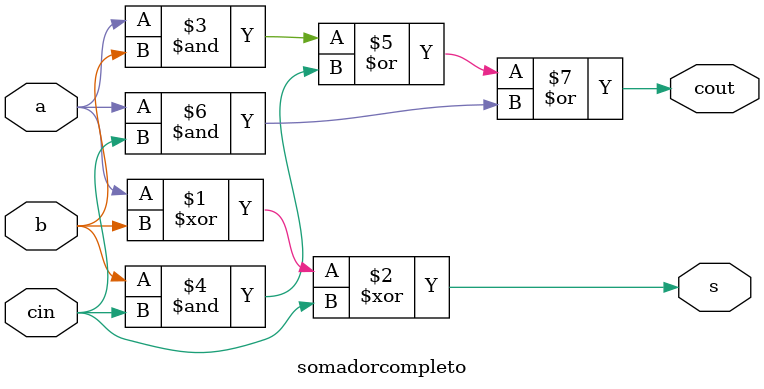
<source format=sv>
module somadorcompleto (
    input logic a, b, cin,
    output logic s, cout
);
    assign s = a ^ b ^ cin;
    assign cout = (a & b) | (b & cin) | (a & cin);

endmodule
</source>
